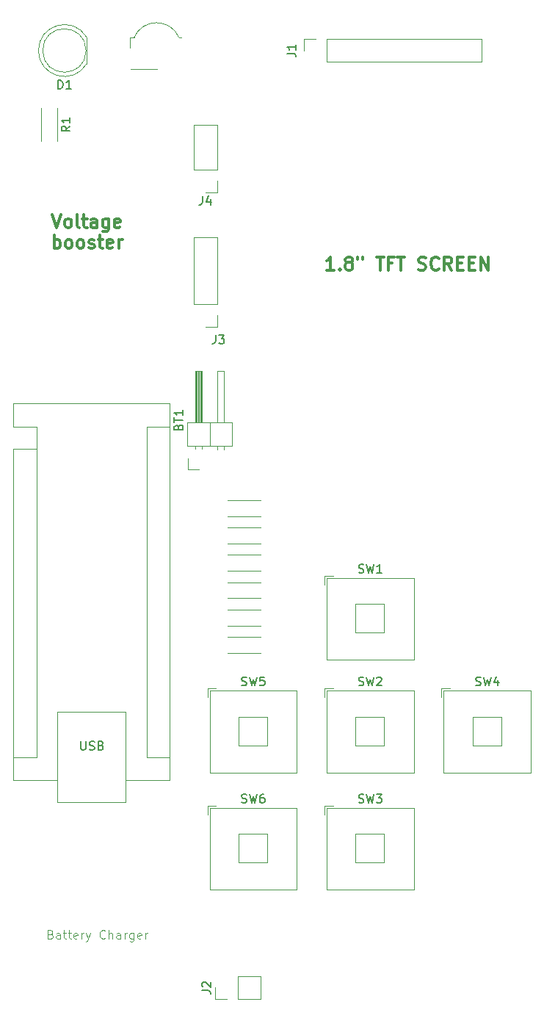
<source format=gbr>
%TF.GenerationSoftware,KiCad,Pcbnew,8.0.5*%
%TF.CreationDate,2024-10-10T14:23:18+02:00*%
%TF.ProjectId,universal_remote,756e6976-6572-4736-916c-5f72656d6f74,rev?*%
%TF.SameCoordinates,Original*%
%TF.FileFunction,Legend,Top*%
%TF.FilePolarity,Positive*%
%FSLAX46Y46*%
G04 Gerber Fmt 4.6, Leading zero omitted, Abs format (unit mm)*
G04 Created by KiCad (PCBNEW 8.0.5) date 2024-10-10 14:23:18*
%MOMM*%
%LPD*%
G01*
G04 APERTURE LIST*
%ADD10C,0.300000*%
%ADD11C,0.100000*%
%ADD12C,0.150000*%
%ADD13C,0.120000*%
G04 APERTURE END LIST*
D10*
X139340225Y-64300828D02*
X138483082Y-64300828D01*
X138911653Y-64300828D02*
X138911653Y-62800828D01*
X138911653Y-62800828D02*
X138768796Y-63015114D01*
X138768796Y-63015114D02*
X138625939Y-63157971D01*
X138625939Y-63157971D02*
X138483082Y-63229400D01*
X139983081Y-64157971D02*
X140054510Y-64229400D01*
X140054510Y-64229400D02*
X139983081Y-64300828D01*
X139983081Y-64300828D02*
X139911653Y-64229400D01*
X139911653Y-64229400D02*
X139983081Y-64157971D01*
X139983081Y-64157971D02*
X139983081Y-64300828D01*
X140911653Y-63443685D02*
X140768796Y-63372257D01*
X140768796Y-63372257D02*
X140697367Y-63300828D01*
X140697367Y-63300828D02*
X140625939Y-63157971D01*
X140625939Y-63157971D02*
X140625939Y-63086542D01*
X140625939Y-63086542D02*
X140697367Y-62943685D01*
X140697367Y-62943685D02*
X140768796Y-62872257D01*
X140768796Y-62872257D02*
X140911653Y-62800828D01*
X140911653Y-62800828D02*
X141197367Y-62800828D01*
X141197367Y-62800828D02*
X141340225Y-62872257D01*
X141340225Y-62872257D02*
X141411653Y-62943685D01*
X141411653Y-62943685D02*
X141483082Y-63086542D01*
X141483082Y-63086542D02*
X141483082Y-63157971D01*
X141483082Y-63157971D02*
X141411653Y-63300828D01*
X141411653Y-63300828D02*
X141340225Y-63372257D01*
X141340225Y-63372257D02*
X141197367Y-63443685D01*
X141197367Y-63443685D02*
X140911653Y-63443685D01*
X140911653Y-63443685D02*
X140768796Y-63515114D01*
X140768796Y-63515114D02*
X140697367Y-63586542D01*
X140697367Y-63586542D02*
X140625939Y-63729400D01*
X140625939Y-63729400D02*
X140625939Y-64015114D01*
X140625939Y-64015114D02*
X140697367Y-64157971D01*
X140697367Y-64157971D02*
X140768796Y-64229400D01*
X140768796Y-64229400D02*
X140911653Y-64300828D01*
X140911653Y-64300828D02*
X141197367Y-64300828D01*
X141197367Y-64300828D02*
X141340225Y-64229400D01*
X141340225Y-64229400D02*
X141411653Y-64157971D01*
X141411653Y-64157971D02*
X141483082Y-64015114D01*
X141483082Y-64015114D02*
X141483082Y-63729400D01*
X141483082Y-63729400D02*
X141411653Y-63586542D01*
X141411653Y-63586542D02*
X141340225Y-63515114D01*
X141340225Y-63515114D02*
X141197367Y-63443685D01*
X142054510Y-62800828D02*
X142054510Y-63086542D01*
X142625938Y-62800828D02*
X142625938Y-63086542D01*
X144197367Y-62800828D02*
X145054510Y-62800828D01*
X144625938Y-64300828D02*
X144625938Y-62800828D01*
X146054509Y-63515114D02*
X145554509Y-63515114D01*
X145554509Y-64300828D02*
X145554509Y-62800828D01*
X145554509Y-62800828D02*
X146268795Y-62800828D01*
X146625938Y-62800828D02*
X147483081Y-62800828D01*
X147054509Y-64300828D02*
X147054509Y-62800828D01*
X149054509Y-64229400D02*
X149268795Y-64300828D01*
X149268795Y-64300828D02*
X149625937Y-64300828D01*
X149625937Y-64300828D02*
X149768795Y-64229400D01*
X149768795Y-64229400D02*
X149840223Y-64157971D01*
X149840223Y-64157971D02*
X149911652Y-64015114D01*
X149911652Y-64015114D02*
X149911652Y-63872257D01*
X149911652Y-63872257D02*
X149840223Y-63729400D01*
X149840223Y-63729400D02*
X149768795Y-63657971D01*
X149768795Y-63657971D02*
X149625937Y-63586542D01*
X149625937Y-63586542D02*
X149340223Y-63515114D01*
X149340223Y-63515114D02*
X149197366Y-63443685D01*
X149197366Y-63443685D02*
X149125937Y-63372257D01*
X149125937Y-63372257D02*
X149054509Y-63229400D01*
X149054509Y-63229400D02*
X149054509Y-63086542D01*
X149054509Y-63086542D02*
X149125937Y-62943685D01*
X149125937Y-62943685D02*
X149197366Y-62872257D01*
X149197366Y-62872257D02*
X149340223Y-62800828D01*
X149340223Y-62800828D02*
X149697366Y-62800828D01*
X149697366Y-62800828D02*
X149911652Y-62872257D01*
X151411651Y-64157971D02*
X151340223Y-64229400D01*
X151340223Y-64229400D02*
X151125937Y-64300828D01*
X151125937Y-64300828D02*
X150983080Y-64300828D01*
X150983080Y-64300828D02*
X150768794Y-64229400D01*
X150768794Y-64229400D02*
X150625937Y-64086542D01*
X150625937Y-64086542D02*
X150554508Y-63943685D01*
X150554508Y-63943685D02*
X150483080Y-63657971D01*
X150483080Y-63657971D02*
X150483080Y-63443685D01*
X150483080Y-63443685D02*
X150554508Y-63157971D01*
X150554508Y-63157971D02*
X150625937Y-63015114D01*
X150625937Y-63015114D02*
X150768794Y-62872257D01*
X150768794Y-62872257D02*
X150983080Y-62800828D01*
X150983080Y-62800828D02*
X151125937Y-62800828D01*
X151125937Y-62800828D02*
X151340223Y-62872257D01*
X151340223Y-62872257D02*
X151411651Y-62943685D01*
X152911651Y-64300828D02*
X152411651Y-63586542D01*
X152054508Y-64300828D02*
X152054508Y-62800828D01*
X152054508Y-62800828D02*
X152625937Y-62800828D01*
X152625937Y-62800828D02*
X152768794Y-62872257D01*
X152768794Y-62872257D02*
X152840223Y-62943685D01*
X152840223Y-62943685D02*
X152911651Y-63086542D01*
X152911651Y-63086542D02*
X152911651Y-63300828D01*
X152911651Y-63300828D02*
X152840223Y-63443685D01*
X152840223Y-63443685D02*
X152768794Y-63515114D01*
X152768794Y-63515114D02*
X152625937Y-63586542D01*
X152625937Y-63586542D02*
X152054508Y-63586542D01*
X153554508Y-63515114D02*
X154054508Y-63515114D01*
X154268794Y-64300828D02*
X153554508Y-64300828D01*
X153554508Y-64300828D02*
X153554508Y-62800828D01*
X153554508Y-62800828D02*
X154268794Y-62800828D01*
X154911651Y-63515114D02*
X155411651Y-63515114D01*
X155625937Y-64300828D02*
X154911651Y-64300828D01*
X154911651Y-64300828D02*
X154911651Y-62800828D01*
X154911651Y-62800828D02*
X155625937Y-62800828D01*
X156268794Y-64300828D02*
X156268794Y-62800828D01*
X156268794Y-62800828D02*
X157125937Y-64300828D01*
X157125937Y-64300828D02*
X157125937Y-62800828D01*
D11*
X106637217Y-140848609D02*
X106780074Y-140896228D01*
X106780074Y-140896228D02*
X106827693Y-140943847D01*
X106827693Y-140943847D02*
X106875312Y-141039085D01*
X106875312Y-141039085D02*
X106875312Y-141181942D01*
X106875312Y-141181942D02*
X106827693Y-141277180D01*
X106827693Y-141277180D02*
X106780074Y-141324800D01*
X106780074Y-141324800D02*
X106684836Y-141372419D01*
X106684836Y-141372419D02*
X106303884Y-141372419D01*
X106303884Y-141372419D02*
X106303884Y-140372419D01*
X106303884Y-140372419D02*
X106637217Y-140372419D01*
X106637217Y-140372419D02*
X106732455Y-140420038D01*
X106732455Y-140420038D02*
X106780074Y-140467657D01*
X106780074Y-140467657D02*
X106827693Y-140562895D01*
X106827693Y-140562895D02*
X106827693Y-140658133D01*
X106827693Y-140658133D02*
X106780074Y-140753371D01*
X106780074Y-140753371D02*
X106732455Y-140800990D01*
X106732455Y-140800990D02*
X106637217Y-140848609D01*
X106637217Y-140848609D02*
X106303884Y-140848609D01*
X107732455Y-141372419D02*
X107732455Y-140848609D01*
X107732455Y-140848609D02*
X107684836Y-140753371D01*
X107684836Y-140753371D02*
X107589598Y-140705752D01*
X107589598Y-140705752D02*
X107399122Y-140705752D01*
X107399122Y-140705752D02*
X107303884Y-140753371D01*
X107732455Y-141324800D02*
X107637217Y-141372419D01*
X107637217Y-141372419D02*
X107399122Y-141372419D01*
X107399122Y-141372419D02*
X107303884Y-141324800D01*
X107303884Y-141324800D02*
X107256265Y-141229561D01*
X107256265Y-141229561D02*
X107256265Y-141134323D01*
X107256265Y-141134323D02*
X107303884Y-141039085D01*
X107303884Y-141039085D02*
X107399122Y-140991466D01*
X107399122Y-140991466D02*
X107637217Y-140991466D01*
X107637217Y-140991466D02*
X107732455Y-140943847D01*
X108065789Y-140705752D02*
X108446741Y-140705752D01*
X108208646Y-140372419D02*
X108208646Y-141229561D01*
X108208646Y-141229561D02*
X108256265Y-141324800D01*
X108256265Y-141324800D02*
X108351503Y-141372419D01*
X108351503Y-141372419D02*
X108446741Y-141372419D01*
X108637218Y-140705752D02*
X109018170Y-140705752D01*
X108780075Y-140372419D02*
X108780075Y-141229561D01*
X108780075Y-141229561D02*
X108827694Y-141324800D01*
X108827694Y-141324800D02*
X108922932Y-141372419D01*
X108922932Y-141372419D02*
X109018170Y-141372419D01*
X109732456Y-141324800D02*
X109637218Y-141372419D01*
X109637218Y-141372419D02*
X109446742Y-141372419D01*
X109446742Y-141372419D02*
X109351504Y-141324800D01*
X109351504Y-141324800D02*
X109303885Y-141229561D01*
X109303885Y-141229561D02*
X109303885Y-140848609D01*
X109303885Y-140848609D02*
X109351504Y-140753371D01*
X109351504Y-140753371D02*
X109446742Y-140705752D01*
X109446742Y-140705752D02*
X109637218Y-140705752D01*
X109637218Y-140705752D02*
X109732456Y-140753371D01*
X109732456Y-140753371D02*
X109780075Y-140848609D01*
X109780075Y-140848609D02*
X109780075Y-140943847D01*
X109780075Y-140943847D02*
X109303885Y-141039085D01*
X110208647Y-141372419D02*
X110208647Y-140705752D01*
X110208647Y-140896228D02*
X110256266Y-140800990D01*
X110256266Y-140800990D02*
X110303885Y-140753371D01*
X110303885Y-140753371D02*
X110399123Y-140705752D01*
X110399123Y-140705752D02*
X110494361Y-140705752D01*
X110732457Y-140705752D02*
X110970552Y-141372419D01*
X111208647Y-140705752D02*
X110970552Y-141372419D01*
X110970552Y-141372419D02*
X110875314Y-141610514D01*
X110875314Y-141610514D02*
X110827695Y-141658133D01*
X110827695Y-141658133D02*
X110732457Y-141705752D01*
X112922933Y-141277180D02*
X112875314Y-141324800D01*
X112875314Y-141324800D02*
X112732457Y-141372419D01*
X112732457Y-141372419D02*
X112637219Y-141372419D01*
X112637219Y-141372419D02*
X112494362Y-141324800D01*
X112494362Y-141324800D02*
X112399124Y-141229561D01*
X112399124Y-141229561D02*
X112351505Y-141134323D01*
X112351505Y-141134323D02*
X112303886Y-140943847D01*
X112303886Y-140943847D02*
X112303886Y-140800990D01*
X112303886Y-140800990D02*
X112351505Y-140610514D01*
X112351505Y-140610514D02*
X112399124Y-140515276D01*
X112399124Y-140515276D02*
X112494362Y-140420038D01*
X112494362Y-140420038D02*
X112637219Y-140372419D01*
X112637219Y-140372419D02*
X112732457Y-140372419D01*
X112732457Y-140372419D02*
X112875314Y-140420038D01*
X112875314Y-140420038D02*
X112922933Y-140467657D01*
X113351505Y-141372419D02*
X113351505Y-140372419D01*
X113780076Y-141372419D02*
X113780076Y-140848609D01*
X113780076Y-140848609D02*
X113732457Y-140753371D01*
X113732457Y-140753371D02*
X113637219Y-140705752D01*
X113637219Y-140705752D02*
X113494362Y-140705752D01*
X113494362Y-140705752D02*
X113399124Y-140753371D01*
X113399124Y-140753371D02*
X113351505Y-140800990D01*
X114684838Y-141372419D02*
X114684838Y-140848609D01*
X114684838Y-140848609D02*
X114637219Y-140753371D01*
X114637219Y-140753371D02*
X114541981Y-140705752D01*
X114541981Y-140705752D02*
X114351505Y-140705752D01*
X114351505Y-140705752D02*
X114256267Y-140753371D01*
X114684838Y-141324800D02*
X114589600Y-141372419D01*
X114589600Y-141372419D02*
X114351505Y-141372419D01*
X114351505Y-141372419D02*
X114256267Y-141324800D01*
X114256267Y-141324800D02*
X114208648Y-141229561D01*
X114208648Y-141229561D02*
X114208648Y-141134323D01*
X114208648Y-141134323D02*
X114256267Y-141039085D01*
X114256267Y-141039085D02*
X114351505Y-140991466D01*
X114351505Y-140991466D02*
X114589600Y-140991466D01*
X114589600Y-140991466D02*
X114684838Y-140943847D01*
X115161029Y-141372419D02*
X115161029Y-140705752D01*
X115161029Y-140896228D02*
X115208648Y-140800990D01*
X115208648Y-140800990D02*
X115256267Y-140753371D01*
X115256267Y-140753371D02*
X115351505Y-140705752D01*
X115351505Y-140705752D02*
X115446743Y-140705752D01*
X116208648Y-140705752D02*
X116208648Y-141515276D01*
X116208648Y-141515276D02*
X116161029Y-141610514D01*
X116161029Y-141610514D02*
X116113410Y-141658133D01*
X116113410Y-141658133D02*
X116018172Y-141705752D01*
X116018172Y-141705752D02*
X115875315Y-141705752D01*
X115875315Y-141705752D02*
X115780077Y-141658133D01*
X116208648Y-141324800D02*
X116113410Y-141372419D01*
X116113410Y-141372419D02*
X115922934Y-141372419D01*
X115922934Y-141372419D02*
X115827696Y-141324800D01*
X115827696Y-141324800D02*
X115780077Y-141277180D01*
X115780077Y-141277180D02*
X115732458Y-141181942D01*
X115732458Y-141181942D02*
X115732458Y-140896228D01*
X115732458Y-140896228D02*
X115780077Y-140800990D01*
X115780077Y-140800990D02*
X115827696Y-140753371D01*
X115827696Y-140753371D02*
X115922934Y-140705752D01*
X115922934Y-140705752D02*
X116113410Y-140705752D01*
X116113410Y-140705752D02*
X116208648Y-140753371D01*
X117065791Y-141324800D02*
X116970553Y-141372419D01*
X116970553Y-141372419D02*
X116780077Y-141372419D01*
X116780077Y-141372419D02*
X116684839Y-141324800D01*
X116684839Y-141324800D02*
X116637220Y-141229561D01*
X116637220Y-141229561D02*
X116637220Y-140848609D01*
X116637220Y-140848609D02*
X116684839Y-140753371D01*
X116684839Y-140753371D02*
X116780077Y-140705752D01*
X116780077Y-140705752D02*
X116970553Y-140705752D01*
X116970553Y-140705752D02*
X117065791Y-140753371D01*
X117065791Y-140753371D02*
X117113410Y-140848609D01*
X117113410Y-140848609D02*
X117113410Y-140943847D01*
X117113410Y-140943847D02*
X116637220Y-141039085D01*
X117541982Y-141372419D02*
X117541982Y-140705752D01*
X117541982Y-140896228D02*
X117589601Y-140800990D01*
X117589601Y-140800990D02*
X117637220Y-140753371D01*
X117637220Y-140753371D02*
X117732458Y-140705752D01*
X117732458Y-140705752D02*
X117827696Y-140705752D01*
D10*
X106840225Y-57885912D02*
X107340225Y-59385912D01*
X107340225Y-59385912D02*
X107840225Y-57885912D01*
X108554510Y-59385912D02*
X108411653Y-59314484D01*
X108411653Y-59314484D02*
X108340224Y-59243055D01*
X108340224Y-59243055D02*
X108268796Y-59100198D01*
X108268796Y-59100198D02*
X108268796Y-58671626D01*
X108268796Y-58671626D02*
X108340224Y-58528769D01*
X108340224Y-58528769D02*
X108411653Y-58457341D01*
X108411653Y-58457341D02*
X108554510Y-58385912D01*
X108554510Y-58385912D02*
X108768796Y-58385912D01*
X108768796Y-58385912D02*
X108911653Y-58457341D01*
X108911653Y-58457341D02*
X108983082Y-58528769D01*
X108983082Y-58528769D02*
X109054510Y-58671626D01*
X109054510Y-58671626D02*
X109054510Y-59100198D01*
X109054510Y-59100198D02*
X108983082Y-59243055D01*
X108983082Y-59243055D02*
X108911653Y-59314484D01*
X108911653Y-59314484D02*
X108768796Y-59385912D01*
X108768796Y-59385912D02*
X108554510Y-59385912D01*
X109911653Y-59385912D02*
X109768796Y-59314484D01*
X109768796Y-59314484D02*
X109697367Y-59171626D01*
X109697367Y-59171626D02*
X109697367Y-57885912D01*
X110268796Y-58385912D02*
X110840224Y-58385912D01*
X110483081Y-57885912D02*
X110483081Y-59171626D01*
X110483081Y-59171626D02*
X110554510Y-59314484D01*
X110554510Y-59314484D02*
X110697367Y-59385912D01*
X110697367Y-59385912D02*
X110840224Y-59385912D01*
X111983082Y-59385912D02*
X111983082Y-58600198D01*
X111983082Y-58600198D02*
X111911653Y-58457341D01*
X111911653Y-58457341D02*
X111768796Y-58385912D01*
X111768796Y-58385912D02*
X111483082Y-58385912D01*
X111483082Y-58385912D02*
X111340224Y-58457341D01*
X111983082Y-59314484D02*
X111840224Y-59385912D01*
X111840224Y-59385912D02*
X111483082Y-59385912D01*
X111483082Y-59385912D02*
X111340224Y-59314484D01*
X111340224Y-59314484D02*
X111268796Y-59171626D01*
X111268796Y-59171626D02*
X111268796Y-59028769D01*
X111268796Y-59028769D02*
X111340224Y-58885912D01*
X111340224Y-58885912D02*
X111483082Y-58814484D01*
X111483082Y-58814484D02*
X111840224Y-58814484D01*
X111840224Y-58814484D02*
X111983082Y-58743055D01*
X113340225Y-58385912D02*
X113340225Y-59600198D01*
X113340225Y-59600198D02*
X113268796Y-59743055D01*
X113268796Y-59743055D02*
X113197367Y-59814484D01*
X113197367Y-59814484D02*
X113054510Y-59885912D01*
X113054510Y-59885912D02*
X112840225Y-59885912D01*
X112840225Y-59885912D02*
X112697367Y-59814484D01*
X113340225Y-59314484D02*
X113197367Y-59385912D01*
X113197367Y-59385912D02*
X112911653Y-59385912D01*
X112911653Y-59385912D02*
X112768796Y-59314484D01*
X112768796Y-59314484D02*
X112697367Y-59243055D01*
X112697367Y-59243055D02*
X112625939Y-59100198D01*
X112625939Y-59100198D02*
X112625939Y-58671626D01*
X112625939Y-58671626D02*
X112697367Y-58528769D01*
X112697367Y-58528769D02*
X112768796Y-58457341D01*
X112768796Y-58457341D02*
X112911653Y-58385912D01*
X112911653Y-58385912D02*
X113197367Y-58385912D01*
X113197367Y-58385912D02*
X113340225Y-58457341D01*
X114625939Y-59314484D02*
X114483082Y-59385912D01*
X114483082Y-59385912D02*
X114197368Y-59385912D01*
X114197368Y-59385912D02*
X114054510Y-59314484D01*
X114054510Y-59314484D02*
X113983082Y-59171626D01*
X113983082Y-59171626D02*
X113983082Y-58600198D01*
X113983082Y-58600198D02*
X114054510Y-58457341D01*
X114054510Y-58457341D02*
X114197368Y-58385912D01*
X114197368Y-58385912D02*
X114483082Y-58385912D01*
X114483082Y-58385912D02*
X114625939Y-58457341D01*
X114625939Y-58457341D02*
X114697368Y-58600198D01*
X114697368Y-58600198D02*
X114697368Y-58743055D01*
X114697368Y-58743055D02*
X113983082Y-58885912D01*
X107054510Y-61800828D02*
X107054510Y-60300828D01*
X107054510Y-60872257D02*
X107197368Y-60800828D01*
X107197368Y-60800828D02*
X107483082Y-60800828D01*
X107483082Y-60800828D02*
X107625939Y-60872257D01*
X107625939Y-60872257D02*
X107697368Y-60943685D01*
X107697368Y-60943685D02*
X107768796Y-61086542D01*
X107768796Y-61086542D02*
X107768796Y-61515114D01*
X107768796Y-61515114D02*
X107697368Y-61657971D01*
X107697368Y-61657971D02*
X107625939Y-61729400D01*
X107625939Y-61729400D02*
X107483082Y-61800828D01*
X107483082Y-61800828D02*
X107197368Y-61800828D01*
X107197368Y-61800828D02*
X107054510Y-61729400D01*
X108625939Y-61800828D02*
X108483082Y-61729400D01*
X108483082Y-61729400D02*
X108411653Y-61657971D01*
X108411653Y-61657971D02*
X108340225Y-61515114D01*
X108340225Y-61515114D02*
X108340225Y-61086542D01*
X108340225Y-61086542D02*
X108411653Y-60943685D01*
X108411653Y-60943685D02*
X108483082Y-60872257D01*
X108483082Y-60872257D02*
X108625939Y-60800828D01*
X108625939Y-60800828D02*
X108840225Y-60800828D01*
X108840225Y-60800828D02*
X108983082Y-60872257D01*
X108983082Y-60872257D02*
X109054511Y-60943685D01*
X109054511Y-60943685D02*
X109125939Y-61086542D01*
X109125939Y-61086542D02*
X109125939Y-61515114D01*
X109125939Y-61515114D02*
X109054511Y-61657971D01*
X109054511Y-61657971D02*
X108983082Y-61729400D01*
X108983082Y-61729400D02*
X108840225Y-61800828D01*
X108840225Y-61800828D02*
X108625939Y-61800828D01*
X109983082Y-61800828D02*
X109840225Y-61729400D01*
X109840225Y-61729400D02*
X109768796Y-61657971D01*
X109768796Y-61657971D02*
X109697368Y-61515114D01*
X109697368Y-61515114D02*
X109697368Y-61086542D01*
X109697368Y-61086542D02*
X109768796Y-60943685D01*
X109768796Y-60943685D02*
X109840225Y-60872257D01*
X109840225Y-60872257D02*
X109983082Y-60800828D01*
X109983082Y-60800828D02*
X110197368Y-60800828D01*
X110197368Y-60800828D02*
X110340225Y-60872257D01*
X110340225Y-60872257D02*
X110411654Y-60943685D01*
X110411654Y-60943685D02*
X110483082Y-61086542D01*
X110483082Y-61086542D02*
X110483082Y-61515114D01*
X110483082Y-61515114D02*
X110411654Y-61657971D01*
X110411654Y-61657971D02*
X110340225Y-61729400D01*
X110340225Y-61729400D02*
X110197368Y-61800828D01*
X110197368Y-61800828D02*
X109983082Y-61800828D01*
X111054511Y-61729400D02*
X111197368Y-61800828D01*
X111197368Y-61800828D02*
X111483082Y-61800828D01*
X111483082Y-61800828D02*
X111625939Y-61729400D01*
X111625939Y-61729400D02*
X111697368Y-61586542D01*
X111697368Y-61586542D02*
X111697368Y-61515114D01*
X111697368Y-61515114D02*
X111625939Y-61372257D01*
X111625939Y-61372257D02*
X111483082Y-61300828D01*
X111483082Y-61300828D02*
X111268797Y-61300828D01*
X111268797Y-61300828D02*
X111125939Y-61229400D01*
X111125939Y-61229400D02*
X111054511Y-61086542D01*
X111054511Y-61086542D02*
X111054511Y-61015114D01*
X111054511Y-61015114D02*
X111125939Y-60872257D01*
X111125939Y-60872257D02*
X111268797Y-60800828D01*
X111268797Y-60800828D02*
X111483082Y-60800828D01*
X111483082Y-60800828D02*
X111625939Y-60872257D01*
X112125940Y-60800828D02*
X112697368Y-60800828D01*
X112340225Y-60300828D02*
X112340225Y-61586542D01*
X112340225Y-61586542D02*
X112411654Y-61729400D01*
X112411654Y-61729400D02*
X112554511Y-61800828D01*
X112554511Y-61800828D02*
X112697368Y-61800828D01*
X113768797Y-61729400D02*
X113625940Y-61800828D01*
X113625940Y-61800828D02*
X113340226Y-61800828D01*
X113340226Y-61800828D02*
X113197368Y-61729400D01*
X113197368Y-61729400D02*
X113125940Y-61586542D01*
X113125940Y-61586542D02*
X113125940Y-61015114D01*
X113125940Y-61015114D02*
X113197368Y-60872257D01*
X113197368Y-60872257D02*
X113340226Y-60800828D01*
X113340226Y-60800828D02*
X113625940Y-60800828D01*
X113625940Y-60800828D02*
X113768797Y-60872257D01*
X113768797Y-60872257D02*
X113840226Y-61015114D01*
X113840226Y-61015114D02*
X113840226Y-61157971D01*
X113840226Y-61157971D02*
X113125940Y-61300828D01*
X114483082Y-61800828D02*
X114483082Y-60800828D01*
X114483082Y-61086542D02*
X114554511Y-60943685D01*
X114554511Y-60943685D02*
X114625940Y-60872257D01*
X114625940Y-60872257D02*
X114768797Y-60800828D01*
X114768797Y-60800828D02*
X114911654Y-60800828D01*
D12*
X133904819Y-39333333D02*
X134619104Y-39333333D01*
X134619104Y-39333333D02*
X134761961Y-39380952D01*
X134761961Y-39380952D02*
X134857200Y-39476190D01*
X134857200Y-39476190D02*
X134904819Y-39619047D01*
X134904819Y-39619047D02*
X134904819Y-39714285D01*
X134904819Y-38333333D02*
X134904819Y-38904761D01*
X134904819Y-38619047D02*
X133904819Y-38619047D01*
X133904819Y-38619047D02*
X134047676Y-38714285D01*
X134047676Y-38714285D02*
X134142914Y-38809523D01*
X134142914Y-38809523D02*
X134190533Y-38904761D01*
X155666667Y-112157200D02*
X155809524Y-112204819D01*
X155809524Y-112204819D02*
X156047619Y-112204819D01*
X156047619Y-112204819D02*
X156142857Y-112157200D01*
X156142857Y-112157200D02*
X156190476Y-112109580D01*
X156190476Y-112109580D02*
X156238095Y-112014342D01*
X156238095Y-112014342D02*
X156238095Y-111919104D01*
X156238095Y-111919104D02*
X156190476Y-111823866D01*
X156190476Y-111823866D02*
X156142857Y-111776247D01*
X156142857Y-111776247D02*
X156047619Y-111728628D01*
X156047619Y-111728628D02*
X155857143Y-111681009D01*
X155857143Y-111681009D02*
X155761905Y-111633390D01*
X155761905Y-111633390D02*
X155714286Y-111585771D01*
X155714286Y-111585771D02*
X155666667Y-111490533D01*
X155666667Y-111490533D02*
X155666667Y-111395295D01*
X155666667Y-111395295D02*
X155714286Y-111300057D01*
X155714286Y-111300057D02*
X155761905Y-111252438D01*
X155761905Y-111252438D02*
X155857143Y-111204819D01*
X155857143Y-111204819D02*
X156095238Y-111204819D01*
X156095238Y-111204819D02*
X156238095Y-111252438D01*
X156571429Y-111204819D02*
X156809524Y-112204819D01*
X156809524Y-112204819D02*
X157000000Y-111490533D01*
X157000000Y-111490533D02*
X157190476Y-112204819D01*
X157190476Y-112204819D02*
X157428572Y-111204819D01*
X158238095Y-111538152D02*
X158238095Y-112204819D01*
X158000000Y-111157200D02*
X157761905Y-111871485D01*
X157761905Y-111871485D02*
X158380952Y-111871485D01*
X142166667Y-112157200D02*
X142309524Y-112204819D01*
X142309524Y-112204819D02*
X142547619Y-112204819D01*
X142547619Y-112204819D02*
X142642857Y-112157200D01*
X142642857Y-112157200D02*
X142690476Y-112109580D01*
X142690476Y-112109580D02*
X142738095Y-112014342D01*
X142738095Y-112014342D02*
X142738095Y-111919104D01*
X142738095Y-111919104D02*
X142690476Y-111823866D01*
X142690476Y-111823866D02*
X142642857Y-111776247D01*
X142642857Y-111776247D02*
X142547619Y-111728628D01*
X142547619Y-111728628D02*
X142357143Y-111681009D01*
X142357143Y-111681009D02*
X142261905Y-111633390D01*
X142261905Y-111633390D02*
X142214286Y-111585771D01*
X142214286Y-111585771D02*
X142166667Y-111490533D01*
X142166667Y-111490533D02*
X142166667Y-111395295D01*
X142166667Y-111395295D02*
X142214286Y-111300057D01*
X142214286Y-111300057D02*
X142261905Y-111252438D01*
X142261905Y-111252438D02*
X142357143Y-111204819D01*
X142357143Y-111204819D02*
X142595238Y-111204819D01*
X142595238Y-111204819D02*
X142738095Y-111252438D01*
X143071429Y-111204819D02*
X143309524Y-112204819D01*
X143309524Y-112204819D02*
X143500000Y-111490533D01*
X143500000Y-111490533D02*
X143690476Y-112204819D01*
X143690476Y-112204819D02*
X143928572Y-111204819D01*
X144261905Y-111300057D02*
X144309524Y-111252438D01*
X144309524Y-111252438D02*
X144404762Y-111204819D01*
X144404762Y-111204819D02*
X144642857Y-111204819D01*
X144642857Y-111204819D02*
X144738095Y-111252438D01*
X144738095Y-111252438D02*
X144785714Y-111300057D01*
X144785714Y-111300057D02*
X144833333Y-111395295D01*
X144833333Y-111395295D02*
X144833333Y-111490533D01*
X144833333Y-111490533D02*
X144785714Y-111633390D01*
X144785714Y-111633390D02*
X144214286Y-112204819D01*
X144214286Y-112204819D02*
X144833333Y-112204819D01*
X124084819Y-147333333D02*
X124799104Y-147333333D01*
X124799104Y-147333333D02*
X124941961Y-147380952D01*
X124941961Y-147380952D02*
X125037200Y-147476190D01*
X125037200Y-147476190D02*
X125084819Y-147619047D01*
X125084819Y-147619047D02*
X125084819Y-147714285D01*
X124180057Y-146904761D02*
X124132438Y-146857142D01*
X124132438Y-146857142D02*
X124084819Y-146761904D01*
X124084819Y-146761904D02*
X124084819Y-146523809D01*
X124084819Y-146523809D02*
X124132438Y-146428571D01*
X124132438Y-146428571D02*
X124180057Y-146380952D01*
X124180057Y-146380952D02*
X124275295Y-146333333D01*
X124275295Y-146333333D02*
X124370533Y-146333333D01*
X124370533Y-146333333D02*
X124513390Y-146380952D01*
X124513390Y-146380952D02*
X125084819Y-146952380D01*
X125084819Y-146952380D02*
X125084819Y-146333333D01*
X142166667Y-125657200D02*
X142309524Y-125704819D01*
X142309524Y-125704819D02*
X142547619Y-125704819D01*
X142547619Y-125704819D02*
X142642857Y-125657200D01*
X142642857Y-125657200D02*
X142690476Y-125609580D01*
X142690476Y-125609580D02*
X142738095Y-125514342D01*
X142738095Y-125514342D02*
X142738095Y-125419104D01*
X142738095Y-125419104D02*
X142690476Y-125323866D01*
X142690476Y-125323866D02*
X142642857Y-125276247D01*
X142642857Y-125276247D02*
X142547619Y-125228628D01*
X142547619Y-125228628D02*
X142357143Y-125181009D01*
X142357143Y-125181009D02*
X142261905Y-125133390D01*
X142261905Y-125133390D02*
X142214286Y-125085771D01*
X142214286Y-125085771D02*
X142166667Y-124990533D01*
X142166667Y-124990533D02*
X142166667Y-124895295D01*
X142166667Y-124895295D02*
X142214286Y-124800057D01*
X142214286Y-124800057D02*
X142261905Y-124752438D01*
X142261905Y-124752438D02*
X142357143Y-124704819D01*
X142357143Y-124704819D02*
X142595238Y-124704819D01*
X142595238Y-124704819D02*
X142738095Y-124752438D01*
X143071429Y-124704819D02*
X143309524Y-125704819D01*
X143309524Y-125704819D02*
X143500000Y-124990533D01*
X143500000Y-124990533D02*
X143690476Y-125704819D01*
X143690476Y-125704819D02*
X143928572Y-124704819D01*
X144214286Y-124704819D02*
X144833333Y-124704819D01*
X144833333Y-124704819D02*
X144500000Y-125085771D01*
X144500000Y-125085771D02*
X144642857Y-125085771D01*
X144642857Y-125085771D02*
X144738095Y-125133390D01*
X144738095Y-125133390D02*
X144785714Y-125181009D01*
X144785714Y-125181009D02*
X144833333Y-125276247D01*
X144833333Y-125276247D02*
X144833333Y-125514342D01*
X144833333Y-125514342D02*
X144785714Y-125609580D01*
X144785714Y-125609580D02*
X144738095Y-125657200D01*
X144738095Y-125657200D02*
X144642857Y-125704819D01*
X144642857Y-125704819D02*
X144357143Y-125704819D01*
X144357143Y-125704819D02*
X144261905Y-125657200D01*
X144261905Y-125657200D02*
X144214286Y-125609580D01*
X142166667Y-99157200D02*
X142309524Y-99204819D01*
X142309524Y-99204819D02*
X142547619Y-99204819D01*
X142547619Y-99204819D02*
X142642857Y-99157200D01*
X142642857Y-99157200D02*
X142690476Y-99109580D01*
X142690476Y-99109580D02*
X142738095Y-99014342D01*
X142738095Y-99014342D02*
X142738095Y-98919104D01*
X142738095Y-98919104D02*
X142690476Y-98823866D01*
X142690476Y-98823866D02*
X142642857Y-98776247D01*
X142642857Y-98776247D02*
X142547619Y-98728628D01*
X142547619Y-98728628D02*
X142357143Y-98681009D01*
X142357143Y-98681009D02*
X142261905Y-98633390D01*
X142261905Y-98633390D02*
X142214286Y-98585771D01*
X142214286Y-98585771D02*
X142166667Y-98490533D01*
X142166667Y-98490533D02*
X142166667Y-98395295D01*
X142166667Y-98395295D02*
X142214286Y-98300057D01*
X142214286Y-98300057D02*
X142261905Y-98252438D01*
X142261905Y-98252438D02*
X142357143Y-98204819D01*
X142357143Y-98204819D02*
X142595238Y-98204819D01*
X142595238Y-98204819D02*
X142738095Y-98252438D01*
X143071429Y-98204819D02*
X143309524Y-99204819D01*
X143309524Y-99204819D02*
X143500000Y-98490533D01*
X143500000Y-98490533D02*
X143690476Y-99204819D01*
X143690476Y-99204819D02*
X143928572Y-98204819D01*
X144833333Y-99204819D02*
X144261905Y-99204819D01*
X144547619Y-99204819D02*
X144547619Y-98204819D01*
X144547619Y-98204819D02*
X144452381Y-98347676D01*
X144452381Y-98347676D02*
X144357143Y-98442914D01*
X144357143Y-98442914D02*
X144261905Y-98490533D01*
X110118095Y-118614819D02*
X110118095Y-119424342D01*
X110118095Y-119424342D02*
X110165714Y-119519580D01*
X110165714Y-119519580D02*
X110213333Y-119567200D01*
X110213333Y-119567200D02*
X110308571Y-119614819D01*
X110308571Y-119614819D02*
X110499047Y-119614819D01*
X110499047Y-119614819D02*
X110594285Y-119567200D01*
X110594285Y-119567200D02*
X110641904Y-119519580D01*
X110641904Y-119519580D02*
X110689523Y-119424342D01*
X110689523Y-119424342D02*
X110689523Y-118614819D01*
X111118095Y-119567200D02*
X111260952Y-119614819D01*
X111260952Y-119614819D02*
X111499047Y-119614819D01*
X111499047Y-119614819D02*
X111594285Y-119567200D01*
X111594285Y-119567200D02*
X111641904Y-119519580D01*
X111641904Y-119519580D02*
X111689523Y-119424342D01*
X111689523Y-119424342D02*
X111689523Y-119329104D01*
X111689523Y-119329104D02*
X111641904Y-119233866D01*
X111641904Y-119233866D02*
X111594285Y-119186247D01*
X111594285Y-119186247D02*
X111499047Y-119138628D01*
X111499047Y-119138628D02*
X111308571Y-119091009D01*
X111308571Y-119091009D02*
X111213333Y-119043390D01*
X111213333Y-119043390D02*
X111165714Y-118995771D01*
X111165714Y-118995771D02*
X111118095Y-118900533D01*
X111118095Y-118900533D02*
X111118095Y-118805295D01*
X111118095Y-118805295D02*
X111165714Y-118710057D01*
X111165714Y-118710057D02*
X111213333Y-118662438D01*
X111213333Y-118662438D02*
X111308571Y-118614819D01*
X111308571Y-118614819D02*
X111546666Y-118614819D01*
X111546666Y-118614819D02*
X111689523Y-118662438D01*
X112451428Y-119091009D02*
X112594285Y-119138628D01*
X112594285Y-119138628D02*
X112641904Y-119186247D01*
X112641904Y-119186247D02*
X112689523Y-119281485D01*
X112689523Y-119281485D02*
X112689523Y-119424342D01*
X112689523Y-119424342D02*
X112641904Y-119519580D01*
X112641904Y-119519580D02*
X112594285Y-119567200D01*
X112594285Y-119567200D02*
X112499047Y-119614819D01*
X112499047Y-119614819D02*
X112118095Y-119614819D01*
X112118095Y-119614819D02*
X112118095Y-118614819D01*
X112118095Y-118614819D02*
X112451428Y-118614819D01*
X112451428Y-118614819D02*
X112546666Y-118662438D01*
X112546666Y-118662438D02*
X112594285Y-118710057D01*
X112594285Y-118710057D02*
X112641904Y-118805295D01*
X112641904Y-118805295D02*
X112641904Y-118900533D01*
X112641904Y-118900533D02*
X112594285Y-118995771D01*
X112594285Y-118995771D02*
X112546666Y-119043390D01*
X112546666Y-119043390D02*
X112451428Y-119091009D01*
X112451428Y-119091009D02*
X112118095Y-119091009D01*
X108874819Y-47706666D02*
X108398628Y-48039999D01*
X108874819Y-48278094D02*
X107874819Y-48278094D01*
X107874819Y-48278094D02*
X107874819Y-47897142D01*
X107874819Y-47897142D02*
X107922438Y-47801904D01*
X107922438Y-47801904D02*
X107970057Y-47754285D01*
X107970057Y-47754285D02*
X108065295Y-47706666D01*
X108065295Y-47706666D02*
X108208152Y-47706666D01*
X108208152Y-47706666D02*
X108303390Y-47754285D01*
X108303390Y-47754285D02*
X108351009Y-47801904D01*
X108351009Y-47801904D02*
X108398628Y-47897142D01*
X108398628Y-47897142D02*
X108398628Y-48278094D01*
X108874819Y-46754285D02*
X108874819Y-47325713D01*
X108874819Y-47039999D02*
X107874819Y-47039999D01*
X107874819Y-47039999D02*
X108017676Y-47135237D01*
X108017676Y-47135237D02*
X108112914Y-47230475D01*
X108112914Y-47230475D02*
X108160533Y-47325713D01*
X128666667Y-112157200D02*
X128809524Y-112204819D01*
X128809524Y-112204819D02*
X129047619Y-112204819D01*
X129047619Y-112204819D02*
X129142857Y-112157200D01*
X129142857Y-112157200D02*
X129190476Y-112109580D01*
X129190476Y-112109580D02*
X129238095Y-112014342D01*
X129238095Y-112014342D02*
X129238095Y-111919104D01*
X129238095Y-111919104D02*
X129190476Y-111823866D01*
X129190476Y-111823866D02*
X129142857Y-111776247D01*
X129142857Y-111776247D02*
X129047619Y-111728628D01*
X129047619Y-111728628D02*
X128857143Y-111681009D01*
X128857143Y-111681009D02*
X128761905Y-111633390D01*
X128761905Y-111633390D02*
X128714286Y-111585771D01*
X128714286Y-111585771D02*
X128666667Y-111490533D01*
X128666667Y-111490533D02*
X128666667Y-111395295D01*
X128666667Y-111395295D02*
X128714286Y-111300057D01*
X128714286Y-111300057D02*
X128761905Y-111252438D01*
X128761905Y-111252438D02*
X128857143Y-111204819D01*
X128857143Y-111204819D02*
X129095238Y-111204819D01*
X129095238Y-111204819D02*
X129238095Y-111252438D01*
X129571429Y-111204819D02*
X129809524Y-112204819D01*
X129809524Y-112204819D02*
X130000000Y-111490533D01*
X130000000Y-111490533D02*
X130190476Y-112204819D01*
X130190476Y-112204819D02*
X130428572Y-111204819D01*
X131285714Y-111204819D02*
X130809524Y-111204819D01*
X130809524Y-111204819D02*
X130761905Y-111681009D01*
X130761905Y-111681009D02*
X130809524Y-111633390D01*
X130809524Y-111633390D02*
X130904762Y-111585771D01*
X130904762Y-111585771D02*
X131142857Y-111585771D01*
X131142857Y-111585771D02*
X131238095Y-111633390D01*
X131238095Y-111633390D02*
X131285714Y-111681009D01*
X131285714Y-111681009D02*
X131333333Y-111776247D01*
X131333333Y-111776247D02*
X131333333Y-112014342D01*
X131333333Y-112014342D02*
X131285714Y-112109580D01*
X131285714Y-112109580D02*
X131238095Y-112157200D01*
X131238095Y-112157200D02*
X131142857Y-112204819D01*
X131142857Y-112204819D02*
X130904762Y-112204819D01*
X130904762Y-112204819D02*
X130809524Y-112157200D01*
X130809524Y-112157200D02*
X130761905Y-112109580D01*
X107491905Y-43414819D02*
X107491905Y-42414819D01*
X107491905Y-42414819D02*
X107730000Y-42414819D01*
X107730000Y-42414819D02*
X107872857Y-42462438D01*
X107872857Y-42462438D02*
X107968095Y-42557676D01*
X107968095Y-42557676D02*
X108015714Y-42652914D01*
X108015714Y-42652914D02*
X108063333Y-42843390D01*
X108063333Y-42843390D02*
X108063333Y-42986247D01*
X108063333Y-42986247D02*
X108015714Y-43176723D01*
X108015714Y-43176723D02*
X107968095Y-43271961D01*
X107968095Y-43271961D02*
X107872857Y-43367200D01*
X107872857Y-43367200D02*
X107730000Y-43414819D01*
X107730000Y-43414819D02*
X107491905Y-43414819D01*
X109015714Y-43414819D02*
X108444286Y-43414819D01*
X108730000Y-43414819D02*
X108730000Y-42414819D01*
X108730000Y-42414819D02*
X108634762Y-42557676D01*
X108634762Y-42557676D02*
X108539524Y-42652914D01*
X108539524Y-42652914D02*
X108444286Y-42700533D01*
X125666666Y-71784819D02*
X125666666Y-72499104D01*
X125666666Y-72499104D02*
X125619047Y-72641961D01*
X125619047Y-72641961D02*
X125523809Y-72737200D01*
X125523809Y-72737200D02*
X125380952Y-72784819D01*
X125380952Y-72784819D02*
X125285714Y-72784819D01*
X126047619Y-71784819D02*
X126666666Y-71784819D01*
X126666666Y-71784819D02*
X126333333Y-72165771D01*
X126333333Y-72165771D02*
X126476190Y-72165771D01*
X126476190Y-72165771D02*
X126571428Y-72213390D01*
X126571428Y-72213390D02*
X126619047Y-72261009D01*
X126619047Y-72261009D02*
X126666666Y-72356247D01*
X126666666Y-72356247D02*
X126666666Y-72594342D01*
X126666666Y-72594342D02*
X126619047Y-72689580D01*
X126619047Y-72689580D02*
X126571428Y-72737200D01*
X126571428Y-72737200D02*
X126476190Y-72784819D01*
X126476190Y-72784819D02*
X126190476Y-72784819D01*
X126190476Y-72784819D02*
X126095238Y-72737200D01*
X126095238Y-72737200D02*
X126047619Y-72689580D01*
X121386009Y-82400714D02*
X121433628Y-82257857D01*
X121433628Y-82257857D02*
X121481247Y-82210238D01*
X121481247Y-82210238D02*
X121576485Y-82162619D01*
X121576485Y-82162619D02*
X121719342Y-82162619D01*
X121719342Y-82162619D02*
X121814580Y-82210238D01*
X121814580Y-82210238D02*
X121862200Y-82257857D01*
X121862200Y-82257857D02*
X121909819Y-82353095D01*
X121909819Y-82353095D02*
X121909819Y-82734047D01*
X121909819Y-82734047D02*
X120909819Y-82734047D01*
X120909819Y-82734047D02*
X120909819Y-82400714D01*
X120909819Y-82400714D02*
X120957438Y-82305476D01*
X120957438Y-82305476D02*
X121005057Y-82257857D01*
X121005057Y-82257857D02*
X121100295Y-82210238D01*
X121100295Y-82210238D02*
X121195533Y-82210238D01*
X121195533Y-82210238D02*
X121290771Y-82257857D01*
X121290771Y-82257857D02*
X121338390Y-82305476D01*
X121338390Y-82305476D02*
X121386009Y-82400714D01*
X121386009Y-82400714D02*
X121386009Y-82734047D01*
X120909819Y-81876904D02*
X120909819Y-81305476D01*
X121909819Y-81591190D02*
X120909819Y-81591190D01*
X121909819Y-80448333D02*
X121909819Y-81019761D01*
X121909819Y-80734047D02*
X120909819Y-80734047D01*
X120909819Y-80734047D02*
X121052676Y-80829285D01*
X121052676Y-80829285D02*
X121147914Y-80924523D01*
X121147914Y-80924523D02*
X121195533Y-81019761D01*
X124166666Y-55784819D02*
X124166666Y-56499104D01*
X124166666Y-56499104D02*
X124119047Y-56641961D01*
X124119047Y-56641961D02*
X124023809Y-56737200D01*
X124023809Y-56737200D02*
X123880952Y-56784819D01*
X123880952Y-56784819D02*
X123785714Y-56784819D01*
X125071428Y-56118152D02*
X125071428Y-56784819D01*
X124833333Y-55737200D02*
X124595238Y-56451485D01*
X124595238Y-56451485D02*
X125214285Y-56451485D01*
X128666667Y-125657200D02*
X128809524Y-125704819D01*
X128809524Y-125704819D02*
X129047619Y-125704819D01*
X129047619Y-125704819D02*
X129142857Y-125657200D01*
X129142857Y-125657200D02*
X129190476Y-125609580D01*
X129190476Y-125609580D02*
X129238095Y-125514342D01*
X129238095Y-125514342D02*
X129238095Y-125419104D01*
X129238095Y-125419104D02*
X129190476Y-125323866D01*
X129190476Y-125323866D02*
X129142857Y-125276247D01*
X129142857Y-125276247D02*
X129047619Y-125228628D01*
X129047619Y-125228628D02*
X128857143Y-125181009D01*
X128857143Y-125181009D02*
X128761905Y-125133390D01*
X128761905Y-125133390D02*
X128714286Y-125085771D01*
X128714286Y-125085771D02*
X128666667Y-124990533D01*
X128666667Y-124990533D02*
X128666667Y-124895295D01*
X128666667Y-124895295D02*
X128714286Y-124800057D01*
X128714286Y-124800057D02*
X128761905Y-124752438D01*
X128761905Y-124752438D02*
X128857143Y-124704819D01*
X128857143Y-124704819D02*
X129095238Y-124704819D01*
X129095238Y-124704819D02*
X129238095Y-124752438D01*
X129571429Y-124704819D02*
X129809524Y-125704819D01*
X129809524Y-125704819D02*
X130000000Y-124990533D01*
X130000000Y-124990533D02*
X130190476Y-125704819D01*
X130190476Y-125704819D02*
X130428572Y-124704819D01*
X131238095Y-124704819D02*
X131047619Y-124704819D01*
X131047619Y-124704819D02*
X130952381Y-124752438D01*
X130952381Y-124752438D02*
X130904762Y-124800057D01*
X130904762Y-124800057D02*
X130809524Y-124942914D01*
X130809524Y-124942914D02*
X130761905Y-125133390D01*
X130761905Y-125133390D02*
X130761905Y-125514342D01*
X130761905Y-125514342D02*
X130809524Y-125609580D01*
X130809524Y-125609580D02*
X130857143Y-125657200D01*
X130857143Y-125657200D02*
X130952381Y-125704819D01*
X130952381Y-125704819D02*
X131142857Y-125704819D01*
X131142857Y-125704819D02*
X131238095Y-125657200D01*
X131238095Y-125657200D02*
X131285714Y-125609580D01*
X131285714Y-125609580D02*
X131333333Y-125514342D01*
X131333333Y-125514342D02*
X131333333Y-125276247D01*
X131333333Y-125276247D02*
X131285714Y-125181009D01*
X131285714Y-125181009D02*
X131238095Y-125133390D01*
X131238095Y-125133390D02*
X131142857Y-125085771D01*
X131142857Y-125085771D02*
X130952381Y-125085771D01*
X130952381Y-125085771D02*
X130857143Y-125133390D01*
X130857143Y-125133390D02*
X130809524Y-125181009D01*
X130809524Y-125181009D02*
X130761905Y-125276247D01*
D13*
%TO.C,R4*%
X130880000Y-100280000D02*
X127040000Y-100280000D01*
X130880000Y-102120000D02*
X127040000Y-102120000D01*
%TO.C,R5*%
X130880000Y-97130000D02*
X127040000Y-97130000D01*
X130880000Y-98970000D02*
X127040000Y-98970000D01*
%TO.C,R6*%
X130880000Y-93980000D02*
X127040000Y-93980000D01*
X130880000Y-95820000D02*
X127040000Y-95820000D01*
%TO.C,R2*%
X130880000Y-106580000D02*
X127040000Y-106580000D01*
X130880000Y-108420000D02*
X127040000Y-108420000D01*
%TO.C,J1*%
X135890000Y-37670000D02*
X137220000Y-37670000D01*
X135890000Y-39000000D02*
X135890000Y-37670000D01*
X138490000Y-37670000D02*
X156330000Y-37670000D01*
X138490000Y-40330000D02*
X138490000Y-37670000D01*
X138490000Y-40330000D02*
X156330000Y-40330000D01*
X156330000Y-40330000D02*
X156330000Y-37670000D01*
%TO.C,SW4*%
X151730000Y-113530000D02*
X151730000Y-112530000D01*
X151980000Y-122220000D02*
X151980000Y-112780000D01*
X152730000Y-112530000D02*
X151730000Y-112530000D01*
X155300000Y-115800000D02*
X155300000Y-119100000D01*
X158600000Y-115800000D02*
X155300000Y-115800000D01*
X158600000Y-115800000D02*
X158600000Y-119100000D01*
X158600000Y-119100000D02*
X155300000Y-119100000D01*
X162020000Y-112780000D02*
X151980000Y-112780000D01*
X162020000Y-122220000D02*
X151980000Y-122220000D01*
X162020000Y-122220000D02*
X162020000Y-112780000D01*
%TO.C,SW2*%
X138230000Y-113530000D02*
X138230000Y-112530000D01*
X138480000Y-122220000D02*
X138480000Y-112780000D01*
X139230000Y-112530000D02*
X138230000Y-112530000D01*
X141800000Y-115800000D02*
X141800000Y-119100000D01*
X145100000Y-115800000D02*
X141800000Y-115800000D01*
X145100000Y-115800000D02*
X145100000Y-119100000D01*
X145100000Y-119100000D02*
X141800000Y-119100000D01*
X148520000Y-112780000D02*
X138480000Y-112780000D01*
X148520000Y-122220000D02*
X138480000Y-122220000D01*
X148520000Y-122220000D02*
X148520000Y-112780000D01*
%TO.C,J2*%
X125630000Y-148330000D02*
X125630000Y-147000000D01*
X126960000Y-148330000D02*
X125630000Y-148330000D01*
X128230000Y-145670000D02*
X130830000Y-145670000D01*
X128230000Y-148330000D02*
X128230000Y-145670000D01*
X128230000Y-148330000D02*
X130830000Y-148330000D01*
X130830000Y-148330000D02*
X130830000Y-145670000D01*
%TO.C,SW3*%
X138230000Y-127030000D02*
X138230000Y-126030000D01*
X138480000Y-135720000D02*
X138480000Y-126280000D01*
X139230000Y-126030000D02*
X138230000Y-126030000D01*
X141800000Y-129300000D02*
X141800000Y-132600000D01*
X145100000Y-129300000D02*
X141800000Y-129300000D01*
X145100000Y-129300000D02*
X145100000Y-132600000D01*
X145100000Y-132600000D02*
X141800000Y-132600000D01*
X148520000Y-126280000D02*
X138480000Y-126280000D01*
X148520000Y-135720000D02*
X138480000Y-135720000D01*
X148520000Y-135720000D02*
X148520000Y-126280000D01*
%TO.C,SW1*%
X138230000Y-100530000D02*
X138230000Y-99530000D01*
X138480000Y-109220000D02*
X138480000Y-99780000D01*
X139230000Y-99530000D02*
X138230000Y-99530000D01*
X141800000Y-102800000D02*
X141800000Y-106100000D01*
X145100000Y-102800000D02*
X141800000Y-102800000D01*
X145100000Y-102800000D02*
X145100000Y-106100000D01*
X145100000Y-106100000D02*
X141800000Y-106100000D01*
X148520000Y-99780000D02*
X138480000Y-99780000D01*
X148520000Y-109220000D02*
X138480000Y-109220000D01*
X148520000Y-109220000D02*
X148520000Y-99780000D01*
%TO.C,R7*%
X130880000Y-90830000D02*
X127040000Y-90830000D01*
X130880000Y-92670000D02*
X127040000Y-92670000D01*
%TO.C,U1*%
X115800000Y-37515000D02*
X115800000Y-38715000D01*
X115800000Y-37515000D02*
X116260000Y-37515000D01*
X115880000Y-41175000D02*
X118960000Y-41175000D01*
X121460000Y-37515000D02*
X121680000Y-37515000D01*
X116260000Y-37515000D02*
G75*
G02*
X121460000Y-37515000I2600000J-1100000D01*
G01*
%TO.C,A1*%
X102360000Y-79660000D02*
X102360000Y-82330000D01*
X102360000Y-84870000D02*
X102360000Y-123100000D01*
X102360000Y-123100000D02*
X107440000Y-123100000D01*
X105030000Y-82330000D02*
X102360000Y-82330000D01*
X105030000Y-84870000D02*
X102360000Y-84870000D01*
X105030000Y-84870000D02*
X105030000Y-82330000D01*
X105030000Y-84870000D02*
X105030000Y-120430000D01*
X105030000Y-120430000D02*
X102360000Y-120430000D01*
X107440000Y-115220000D02*
X115320000Y-115220000D01*
X107440000Y-125640000D02*
X107440000Y-115220000D01*
X115320000Y-115220000D02*
X115320000Y-125640000D01*
X115320000Y-125640000D02*
X107440000Y-125640000D01*
X117730000Y-82330000D02*
X117730000Y-120430000D01*
X117730000Y-82330000D02*
X120400000Y-82330000D01*
X117730000Y-120430000D02*
X120400000Y-120430000D01*
X120400000Y-79660000D02*
X102360000Y-79660000D01*
X120400000Y-123100000D02*
X115320000Y-123100000D01*
X120400000Y-123100000D02*
X120400000Y-79660000D01*
%TO.C,R1*%
X105580000Y-45620000D02*
X105580000Y-49460000D01*
X107420000Y-45620000D02*
X107420000Y-49460000D01*
%TO.C,SW5*%
X124730000Y-113530000D02*
X124730000Y-112530000D01*
X124980000Y-122220000D02*
X124980000Y-112780000D01*
X125730000Y-112530000D02*
X124730000Y-112530000D01*
X128300000Y-115800000D02*
X128300000Y-119100000D01*
X131600000Y-115800000D02*
X128300000Y-115800000D01*
X131600000Y-115800000D02*
X131600000Y-119100000D01*
X131600000Y-119100000D02*
X128300000Y-119100000D01*
X135020000Y-112780000D02*
X124980000Y-112780000D01*
X135020000Y-122220000D02*
X124980000Y-122220000D01*
X135020000Y-122220000D02*
X135020000Y-112780000D01*
%TO.C,D1*%
X110790000Y-40545000D02*
X110790000Y-37455000D01*
X105240000Y-39000462D02*
G75*
G02*
X110790000Y-37455170I2990000J462D01*
G01*
X110790000Y-40544830D02*
G75*
G02*
X105240000Y-38999538I-2560000J1544830D01*
G01*
X110730000Y-39000000D02*
G75*
G02*
X105730000Y-39000000I-2500000J0D01*
G01*
X105730000Y-39000000D02*
G75*
G02*
X110730000Y-39000000I2500000J0D01*
G01*
%TO.C,R3*%
X130880000Y-103430000D02*
X127040000Y-103430000D01*
X130880000Y-105270000D02*
X127040000Y-105270000D01*
%TO.C,J3*%
X123170000Y-68230000D02*
X123170000Y-60550000D01*
X125830000Y-60550000D02*
X123170000Y-60550000D01*
X125830000Y-68230000D02*
X123170000Y-68230000D01*
X125830000Y-68230000D02*
X125830000Y-60550000D01*
X125830000Y-69500000D02*
X125830000Y-70830000D01*
X125830000Y-70830000D02*
X124500000Y-70830000D01*
%TO.C,BT1*%
X122395000Y-81900000D02*
X122395000Y-84560000D01*
X122395000Y-84560000D02*
X127595000Y-84560000D01*
X122455000Y-87270000D02*
X122455000Y-86000000D01*
X123345000Y-75900000D02*
X124105000Y-75900000D01*
X123345000Y-81900000D02*
X123345000Y-75900000D01*
X123345000Y-84890000D02*
X123345000Y-84560000D01*
X123405000Y-81900000D02*
X123405000Y-75900000D01*
X123525000Y-81900000D02*
X123525000Y-75900000D01*
X123645000Y-81900000D02*
X123645000Y-75900000D01*
X123725000Y-87270000D02*
X122455000Y-87270000D01*
X123765000Y-81900000D02*
X123765000Y-75900000D01*
X123885000Y-81900000D02*
X123885000Y-75900000D01*
X124005000Y-81900000D02*
X124005000Y-75900000D01*
X124105000Y-75900000D02*
X124105000Y-81900000D01*
X124105000Y-84890000D02*
X124105000Y-84560000D01*
X124995000Y-84560000D02*
X124995000Y-81900000D01*
X125885000Y-75900000D02*
X126645000Y-75900000D01*
X125885000Y-81900000D02*
X125885000Y-75900000D01*
X125885000Y-84957071D02*
X125885000Y-84560000D01*
X126645000Y-75900000D02*
X126645000Y-81900000D01*
X126645000Y-84957071D02*
X126645000Y-84560000D01*
X127595000Y-81900000D02*
X122395000Y-81900000D01*
X127595000Y-84560000D02*
X127595000Y-81900000D01*
%TO.C,J4*%
X123170000Y-52730000D02*
X123170000Y-47590000D01*
X125830000Y-47590000D02*
X123170000Y-47590000D01*
X125830000Y-52730000D02*
X123170000Y-52730000D01*
X125830000Y-52730000D02*
X125830000Y-47590000D01*
X125830000Y-54000000D02*
X125830000Y-55330000D01*
X125830000Y-55330000D02*
X124500000Y-55330000D01*
%TO.C,SW6*%
X124730000Y-127030000D02*
X124730000Y-126030000D01*
X124980000Y-135720000D02*
X124980000Y-126280000D01*
X125730000Y-126030000D02*
X124730000Y-126030000D01*
X128300000Y-129300000D02*
X128300000Y-132600000D01*
X131600000Y-129300000D02*
X128300000Y-129300000D01*
X131600000Y-129300000D02*
X131600000Y-132600000D01*
X131600000Y-132600000D02*
X128300000Y-132600000D01*
X135020000Y-126280000D02*
X124980000Y-126280000D01*
X135020000Y-135720000D02*
X124980000Y-135720000D01*
X135020000Y-135720000D02*
X135020000Y-126280000D01*
%TD*%
M02*

</source>
